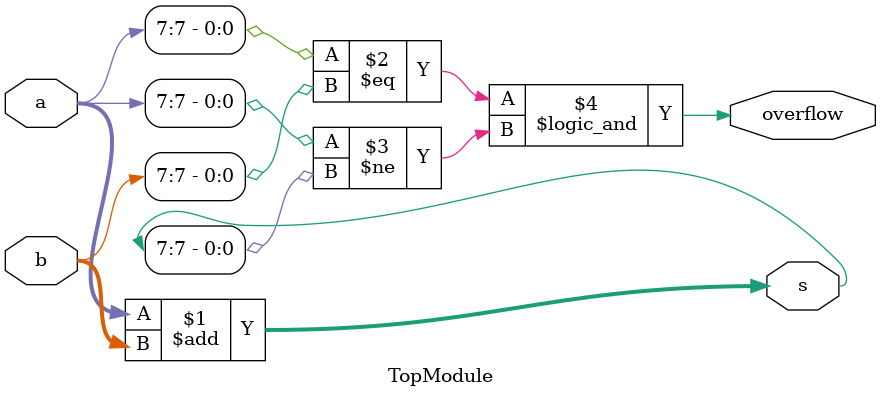
<source format=sv>

module TopModule (
  input [7:0] a,
  input [7:0] b,
  output [7:0] s,
  output overflow
);
assign s = a + b;
assign overflow = (a[7] == b[7]) && (a[7] != s[7]);
endmodule

</source>
